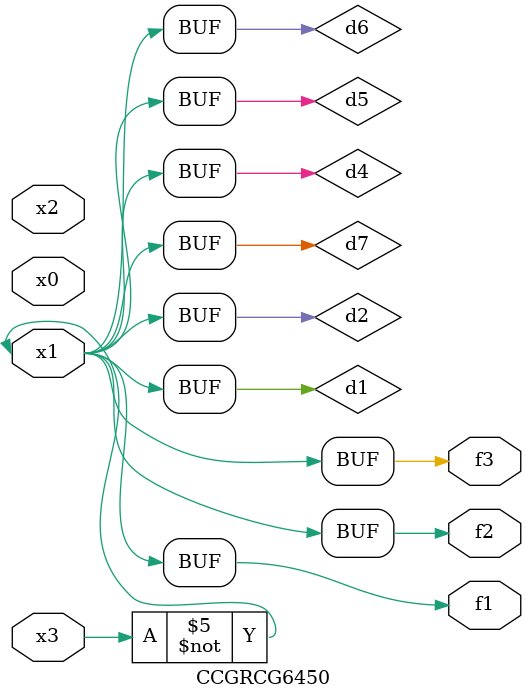
<source format=v>
module CCGRCG6450(
	input x0, x1, x2, x3,
	output f1, f2, f3
);

	wire d1, d2, d3, d4, d5, d6, d7;

	not (d1, x3);
	buf (d2, x1);
	xnor (d3, d1, d2);
	nor (d4, d1);
	buf (d5, d1, d2);
	buf (d6, d4, d5);
	nand (d7, d4);
	assign f1 = d6;
	assign f2 = d7;
	assign f3 = d6;
endmodule

</source>
